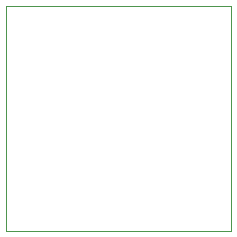
<source format=gbr>
G04 #@! TF.GenerationSoftware,KiCad,Pcbnew,(5.1.4)-1*
G04 #@! TF.CreationDate,2019-12-05T12:54:36-06:00*
G04 #@! TF.ProjectId,LTC3388_v004,4c544333-3338-4385-9f76-3030342e6b69,rev?*
G04 #@! TF.SameCoordinates,Original*
G04 #@! TF.FileFunction,Profile,NP*
%FSLAX46Y46*%
G04 Gerber Fmt 4.6, Leading zero omitted, Abs format (unit mm)*
G04 Created by KiCad (PCBNEW (5.1.4)-1) date 2019-12-05 12:54:36*
%MOMM*%
%LPD*%
G04 APERTURE LIST*
%ADD10C,0.100000*%
G04 APERTURE END LIST*
D10*
X147955000Y-110490000D02*
X167005000Y-110490000D01*
X147955000Y-91440000D02*
X167005000Y-91440000D01*
X147955000Y-110490000D02*
X147955000Y-91440000D01*
X167005000Y-110490000D02*
X167005000Y-91440000D01*
M02*

</source>
